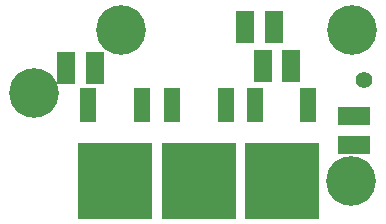
<source format=gts>
G04*
G04 #@! TF.GenerationSoftware,Altium Limited,Altium Designer,18.1.6 (161)*
G04*
G04 Layer_Color=8388736*
%FSLAX25Y25*%
%MOIN*%
G70*
G01*
G75*
%ADD17R,0.11036X0.06115*%
%ADD18R,0.06115X0.11036*%
%ADD19R,0.05721X0.11824*%
%ADD20R,0.24619X0.25210*%
%ADD21C,0.16548*%
%ADD22C,0.05524*%
G54D17*
X526500Y267177D02*
D03*
Y276823D02*
D03*
G54D18*
X440323Y293000D02*
D03*
X430677D02*
D03*
X496162Y293500D02*
D03*
X505808D02*
D03*
X490226Y306500D02*
D03*
X499872D02*
D03*
G54D19*
X511476Y280500D02*
D03*
X493524Y280500D02*
D03*
X484000D02*
D03*
X466047D02*
D03*
X455976D02*
D03*
X438024Y280500D02*
D03*
G54D20*
X502500Y255303D02*
D03*
X475024D02*
D03*
X447000Y255303D02*
D03*
G54D21*
X420000Y284500D02*
D03*
X449000Y305500D02*
D03*
X526000D02*
D03*
X525500Y255303D02*
D03*
G54D22*
X530000Y289000D02*
D03*
M02*

</source>
